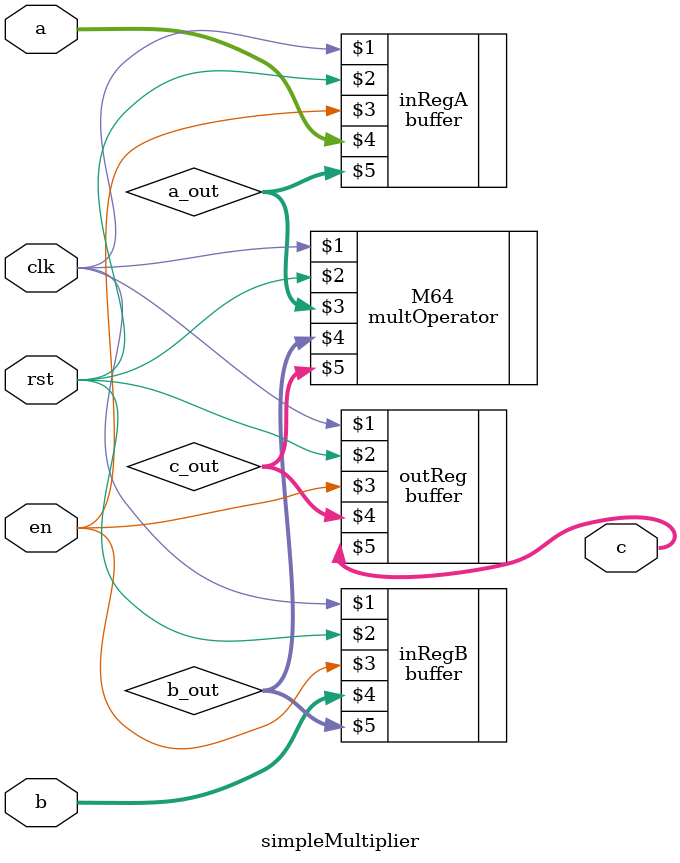
<source format=v>
module simpleMultiplier (
    input clk,
    input rst,
    input en,
    input signed [31:0] a,
    input signed [31:0] b,
    output signed [63:0] c
);

wire [31:0] a_out;
wire [31:0] b_out;
wire [63:0] c_out;

buffer #(32) inRegA (clk, rst, en, a, a_out);
buffer #(32) inRegB (clk, rst, en, b, b_out);

multOperator M64 (clk, rst, a_out, b_out, c_out);

buffer #(64) outReg (clk, rst, en, c_out, c);
    
endmodule

</source>
